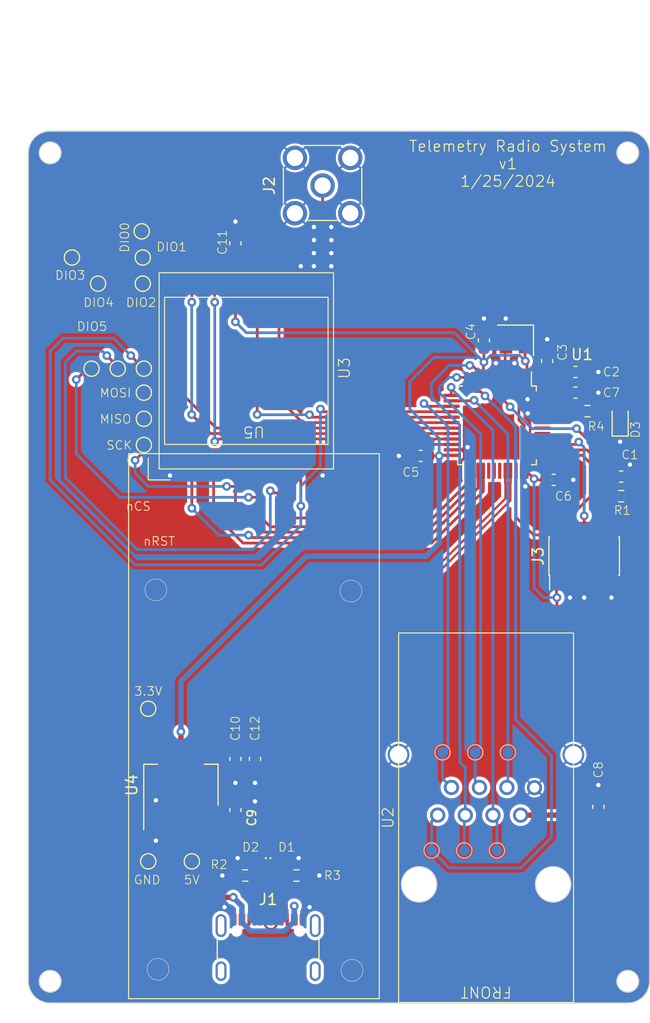
<source format=kicad_pcb>
(kicad_pcb (version 20241229) (generator "pcbnew") (generator_version "9.0")
  (layers (0 "F.Cu" mixed) (2 "B.Cu" mixed) (13 "F.Paste" user) (15 "B.Paste" user) (5 "F.SilkS" user "F.Silkscreen") (7 "B.SilkS" user "B.Silkscreen") (1 "F.Mask" user) (3 "B.Mask" user) (25 "Edge.Cuts" user))
  (net 0 "")
  (net 1 "MCU_~{RST}")
  (net 2 "GND")
  (net 3 "+3.3V")
  (net 4 "+5V")
  (net 5 "USB_D+")
  (net 6 "USB_D-")
  (net 7 "Net-(J1-CC1)")
  (net 9 "Net-(J1-CC2)")
  (net 11 "Net-(J2-In)")
  (net 12 "MCU_TMS")
  (net 13 "MCU_TCK")
  (net 14 "MCU_TDO")
  (net 16 "MCU_TDI")
  (net 17 "RADIO_nRST")
  (net 18 "RADIO_nCS")
  (net 19 "RADIO_SCK")
  (net 20 "RADIO_MOSI")
  (net 21 "RADIO_MISO")
  (net 22 "ETH_TX")
  (net 23 "ETH_RX")
  (net 24 "ETH_RTS")
  (net 25 "ETH_CP2")
  (net 26 "ETH_CTS")
  (net 27 "RADIO_DIO5")
  (net 28 "RADIO_DIO4")
  (net 29 "RADIO_DIO3")
  (net 30 "RADIO_DIO2")
  (net 31 "RADIO_DIO1")
  (net 32 "RADIO_DIO0")
  (net 36 "Net-(U1-PD0)")
  (net 38 "ETH_nRST")
  (net 40 "UART1 RX")
  (net 41 "UART1 TX")
  (net 46 "Net-(D3-A)")
  (net 49 "Net-(U1-PB8)")
  (footprint "Capacitor_SMD:C_0603_1608Metric" (layer "F.Cu") (at 192 97.6 -90)
    (property "Reference" "C10" (hide yes))
    (property "Value" "10uF")
  )
  (footprint "TestPoint:TestPoint_Pad_D1.0mm" (layer "F.Cu") (at 178.8 61.8 90)
    (property "Reference" "TP5" (hide yes))
    (property "Value" "RADIO_nCS" (hide yes))
  )
  (footprint "UCIRP-KiCAD-Lib:LoRa - E5" (layer "F.Cu") (at 193.7 69.6 180)
    (property "Reference" "U5")
    (property "Value" "LoRA-E5")
    (fp_circle (center 9 -12.5) (end 10 -12.5) (stroke (width 0.05)) (fill no) (layer "Edge.Cuts"))
    (fp_circle (center 8.8 -47.3) (end 9.8 -47.3) (stroke (width 0.05)) (fill no) (layer "Edge.Cuts"))
    (fp_circle (center -8.9 -12.6) (end -7.9 -12.6) (stroke (width 0.05)) (fill no) (layer "Edge.Cuts"))
    (fp_circle (center -9 -47.4) (end -8 -47.4) (stroke (width 0.05)) (fill no) (layer "Edge.Cuts"))
  )
  (footprint "Resistor_SMD:R_0603_1608Metric" (layer "F.Cu") (at 227.4 73.5 180)
    (property "Reference" "R1" (hide yes))
    (property "Value" "10K")
  )
  (footprint "TestPoint:TestPoint_Pad_D1.0mm" (layer "F.Cu") (at 183.4 49.2 90)
    (property "Reference" "TP20" (hide yes))
    (property "Value" "RADIO_DIO0" (hide yes))
  )
  (footprint "TestPoint:TestPoint_Pad_D1.0mm" (layer "F.Cu") (at 183.5 54)
    (property "Reference" "TP18" (hide yes))
    (property "Value" "RADIO_DIO2" (hide yes))
  )
  (footprint "Resistor_SMD:R_0603_1608Metric" (layer "F.Cu") (at 197.6 108.3)
    (property "Reference" "R3" (hide yes))
    (property "Value" "5.1K")
  )
  (footprint "TestPoint:TestPoint_Pad_D1.0mm" (layer "F.Cu") (at 184 93)
    (property "Reference" "TP1" (hide yes))
    (property "Value" "3.3V")
  )
  (footprint "UCIRP-KiCAD-Lib:RFM95W" (layer "F.Cu") (at 193 62 90)
    (property "Reference" "U3")
    (property "Value" "~")
  )
  (footprint "TestPoint:TestPoint_Pad_D1.0mm" (layer "F.Cu") (at 183.6 61.8 90)
    (property "Reference" "TP15" (hide yes))
    (property "Value" "RADIO_DIO5" (hide yes))
  )
  (footprint "Capacitor_SMD:C_0603_1608Metric" (layer "F.Cu") (at 192 50.3 90)
    (property "Reference" "C11" (hide yes))
    (property "Value" "10uF")
  )
  (footprint "TestPoint:TestPoint_Pad_D1.0mm" (layer "F.Cu") (at 177 51.6)
    (property "Reference" "TP17" (hide yes))
    (property "Value" "RADIO_DIO3" (hide yes))
  )
  (footprint "TestPoint:TestPoint_Pad_D1.0mm" (layer "F.Cu") (at 183.6 66.4)
    (property "Reference" "TP8" (hide yes))
    (property "Value" "RADIO_MISO" (hide yes))
  )
  (footprint "Connector_USB:USB_C_Receptacle_GCT_USB4105-xx-A_16P_TopMnt_Horizontal" (layer "F.Cu") (at 195 116)
    (property "Reference" "J1")
    (property "Value" "~")
  )
  (footprint "Package_QFP:LQFP-48_7x7mm_P0.5mm" (layer "F.Cu") (at 216 67 -90)
    (property "Reference" "U1")
    (property "Value" "~")
  )
  (footprint "TestPoint:TestPoint_Pad_D1.0mm" (layer "F.Cu") (at 184 107)
    (property "Reference" "TP2" (hide yes))
    (property "Value" "GND")
  )
  (footprint "TestPoint:TestPoint_Pad_D1.0mm" (layer "F.Cu") (at 183.6 68.8)
    (property "Reference" "TP6" (hide yes))
    (property "Value" "RADIO_SCK" (hide yes))
  )
  (footprint "Capacitor_SMD:C_0603_1608Metric" (layer "F.Cu") (at 220.6 61.1 90)
    (property "Reference" "C3" (hide yes))
    (property "Value" "100nF")
  )
  (footprint "Diode_SMD:D_0603_1608Metric" (layer "F.Cu") (at 227.3 66.5 90)
    (property "Reference" "D3" (hide yes))
    (property "Value" "LED")
  )
  (footprint "Capacitor_SMD:C_0603_1608Metric" (layer "F.Cu") (at 223.2 64)
    (property "Reference" "C7" (hide yes))
    (property "Value" "100nF")
  )
  (footprint "Package_TO_SOT_SMD:SOT-223-3_TabPin2" (layer "F.Cu") (at 187 100 90)
    (property "Reference" "U4")
    (property "Value" "AZ1117-3.3")
  )
  (footprint "Diode_SMD:D_0402_1005Metric" (layer "F.Cu") (at 196.3 106.7)
    (property "Reference" "D1" (hide yes))
    (property "Value" "ESD321")
  )
  (footprint "Capacitor_SMD:C_0603_1608Metric" (layer "F.Cu") (at 193.8 97.6 -90)
    (property "Reference" "C12" (hide yes))
    (property "Value" "10uF")
  )
  (footprint "TestPoint:TestPoint_Pad_D1.0mm" (layer "F.Cu") (at 179.4 54)
    (property "Reference" "TP16" (hide yes))
    (property "Value" "RADIO_DIO4" (hide yes))
  )
  (footprint "Resistor_SMD:R_0603_1608Metric" (layer "F.Cu") (at 192.9 108.3 180)
    (property "Reference" "R2" (hide yes))
    (property "Value" "5.1K")
  )
  (footprint "TestPoint:TestPoint_Pad_D1.0mm" (layer "F.Cu") (at 183.5 51.6)
    (property "Reference" "TP19" (hide yes))
    (property "Value" "RADIO_DIO1" (hide yes))
  )
  (footprint "Connector_Coaxial:SMA_Molex_73251-2200_Horizontal" (layer "F.Cu") (at 200 45)
    (property "Reference" "J2")
    (property "Value" "SMA")
  )
  (footprint "Capacitor_SMD:C_0603_1608Metric" (layer "F.Cu") (at 227.4 71.7)
    (property "Reference" "C1" (hide yes))
    (property "Value" "100nF")
  )
  (footprint "TestPoint:TestPoint_Pad_D1.0mm" (layer "F.Cu") (at 188 107)
    (property "Reference" "TP3" (hide yes))
    (property "Value" "5V")
  )
  (footprint "Capacitor_SMD:C_0603_1608Metric" (layer "F.Cu") (at 192 102.3 90)
    (property "Reference" "C9" (hide yes))
    (property "Value" "10uF")
  )
  (footprint "Capacitor_SMD:C_0603_1608Metric" (layer "F.Cu") (at 209 69.8 180)
    (property "Reference" "C5" (hide yes))
    (property "Value" "100nF")
  )
  (footprint "Diode_SMD:D_0402_1005Metric" (layer "F.Cu") (at 193.7 106.7 180)
    (property "Reference" "D2" (hide yes))
    (property "Value" "ESD321")
  )
  (footprint "Capacitor_SMD:C_0603_1608Metric" (layer "F.Cu") (at 223.2 62.1)
    (property "Reference" "C2" (hide yes))
    (property "Value" "4.7uF")
  )
  (footprint "Connector_PinHeader_1.27mm:PinHeader_2x05_P1.27mm_Vertical_SMD" (layer "F.Cu") (at 224 79 90)
    (property "Reference" "J3")
    (property "Value" "ARM Cortex Debug")
  )
  (footprint "TestPoint:TestPoint_Pad_D1.0mm" (layer "F.Cu") (at 181.2 61.8 90)
    (property "Reference" "TP4" (hide yes))
    (property "Value" "RADIO_nRST" (hide yes))
  )
  (footprint "UCIRP-KiCAD-Lib:GC-XPORT" (layer "F.Cu") (at 215 103 90)
    (property "Reference" "U2")
    (property "Value" "~")
    (fp_circle (center -6.11 -6.15) (end -4.485 -6.15) (stroke (width 0.1)) (fill no) (layer "Edge.Cuts"))
    (fp_circle (center -6.11 6.15) (end -4.485 6.15) (stroke (width 0.1)) (fill no) (layer "Edge.Cuts"))
  )
  (footprint "Capacitor_SMD:C_0603_1608Metric" (layer "F.Cu") (at 214.8 59.2 90)
    (property "Reference" "C4" (hide yes))
    (property "Value" "100nF")
  )
  (footprint "Capacitor_SMD:C_0603_1608Metric" (layer "F.Cu") (at 225.3 102 90)
    (property "Reference" "C8" (hide yes))
    (property "Value" "10uF")
  )
  (footprint "Crystal:Crystal_SMD_2520-4Pin_2.5x2.0mm" (layer "F.Cu") (at 217.7 59.2 180)
    (property "Reference" "Y1" (hide yes))
    (property "Value" "16MHz")
  )
  (footprint "Capacitor_SMD:C_0603_1608Metric" (layer "F.Cu") (at 221.2 72)
    (property "Reference" "C6" (hide yes))
    (property "Value" "100nF")
  )
  (footprint "Resistor_SMD:R_0603_1608Metric" (layer "F.Cu") (at 224.3 65.7)
    (property "Reference" "R4" (hide yes))
    (property "Value" "1K")
  )
  (footprint "TestPoint:TestPoint_Pad_D1.0mm" (layer "F.Cu") (at 183.6 64)
    (property "Reference" "TP7" (hide yes))
    (property "Value" "RADIO_MOSI" (hide yes))
  )
  (footprint "TestPoint:TestPoint_Pad_D1.0mm" (layer "B.Cu") (at 210 106 180)
    (property "Reference" "TP14" (hide yes))
    (property "Value" "ETH_CTS")
  )
  (footprint "TestPoint:TestPoint_Pad_D1.0mm" (layer "B.Cu") (at 216 106 180)
    (property "Reference" "TP10" (hide yes))
    (property "Value" "ETH_TX")
  )
  (footprint "TestPoint:TestPoint_Pad_D1.0mm" (layer "B.Cu") (at 214 97 180)
    (property "Reference" "TP11" (hide yes))
    (property "Value" "ETH_RX")
  )
  (footprint "TestPoint:TestPoint_Pad_D1.0mm" (layer "B.Cu") (at 217 97 180)
    (property "Reference" "TP9" (hide yes))
    (property "Value" "ETH_nRST")
  )
  (footprint "TestPoint:TestPoint_Pad_D1.0mm" (layer "B.Cu") (at 213 106 180)
    (property "Reference" "TP12" (hide yes))
    (property "Value" "ETH_RTS")
  )
  (footprint "TestPoint:TestPoint_Pad_D1.0mm" (layer "B.Cu") (at 211 97 180)
    (property "Reference" "TP13" (hide yes))
    (property "Value" "ETH_CP2")
  )
  (gr_line (start 175 120) (end 228 120) (stroke (width 0.1)) (layer "Edge.Cuts"))
  (gr_line (start 173 42) (end 173 118) (stroke (width 0.1)) (layer "Edge.Cuts"))
  (gr_arc (start 173 42) (mid 173.585786 40.585786) (end 175 40) (stroke (width 0.1)) (layer "Edge.Cuts"))
  (gr_circle (center 175 118) (end 176 118) (stroke (width 0.1)) (fill no) (layer "Edge.Cuts"))
  (gr_arc (start 175 120) (mid 173.585786 119.414214) (end 173 118) (stroke (width 0.1)) (layer "Edge.Cuts"))
  (gr_line (start 228 40) (end 175 40) (stroke (width 0.1)) (layer "Edge.Cuts"))
  (gr_line (start 230 118) (end 230 42) (stroke (width 0.1)) (layer "Edge.Cuts"))
  (gr_arc (start 228 40) (mid 229.414214 40.585786) (end 230 42) (stroke (width 0.1)) (layer "Edge.Cuts"))
  (gr_circle (center 228 42) (end 229 42) (stroke (width 0.1)) (fill no) (layer "Edge.Cuts"))
  (gr_circle (center 228 118) (end 229 118) (stroke (width 0.1)) (fill no) (layer "Edge.Cuts"))
  (gr_circle (center 175 42) (end 176 42) (stroke (width 0.1)) (fill no) (layer "Edge.Cuts"))
  (gr_arc (start 230 118) (mid 229.414214 119.414214) (end 228 120) (stroke (width 0.1)) (layer "Edge.Cuts"))
  (gr_text "DIO1\n" (at 184.7 51.1 0) (layer "F.SilkS") (effects (font (size 0.8 0.8) (thickness 0.08)) (justify left bottom)))
  (gr_text "nRST" (at 183.5 78.1 0) (layer "F.SilkS") (effects (font (size 0.8 0.8) (thickness 0.08)) (justify left bottom)))
  (gr_text "Telemetry Radio System\nv1\n1/25/2024" (at 217 43 0) (layer "F.SilkS") (effects (font (size 1 1) (thickness 0.1))))
  (gr_text "DIO3\n" (at 175.4 53.7 0) (layer "F.SilkS") (effects (font (size 0.8 0.8) (thickness 0.08)) (justify left bottom)))
  (gr_text "MOSI\n" (at 179.5 64.5 0) (layer "F.SilkS") (effects (font (size 0.8 0.8) (thickness 0.08)) (justify left bottom)))
  (gr_text "MISO\n" (at 179.5 66.9 0) (layer "F.SilkS") (effects (font (size 0.8 0.8) (thickness 0.08)) (justify left bottom)))
  (gr_text "DIO5\n" (at 177.4 58.4 0) (layer "F.SilkS") (effects (font (size 0.8 0.8) (thickness 0.08)) (justify left bottom)))
  (gr_text "DIO4\n" (at 178 56.2 0) (layer "F.SilkS") (effects (font (size 0.8 0.8) (thickness 0.08)) (justify left bottom)))
  (gr_text "DIO2\n" (at 181.9 56.2 0) (layer "F.SilkS") (effects (font (size 0.8 0.8) (thickness 0.08)) (justify left bottom)))
  (gr_text "DIO0\n\n" (at 183.6 51.2 90) (layer "F.SilkS") (effects (font (size 0.8 0.8) (thickness 0.08)) (justify left bottom)))
  (gr_text "SCK\n" (at 180.1 69.3 0) (layer "F.SilkS") (effects (font (size 0.8 0.8) (thickness 0.08)) (justify left bottom)))
  (gr_text "nCS\n" (at 181.9 74.9 0) (layer "F.SilkS") (effects (font (size 0.8 0.8) (thickness 0.08)) (justify left bottom)))
  (segment (start 217.2 65.274695) (end 215.75 63.824695) (width 0.25) (layer "F.Cu") (net 1))
  (segment (start 226.625 71.7) (end 226.625 70.625) (width 0.25) (layer "F.Cu") (net 1))
  (segment (start 215.75 63.824695) (end 215.75 62.8375) (width 0.25) (layer "F.Cu") (net 1))
  (segment (start 226.625 70.625) (end 223.3 67.3) (width 0.25) (layer "F.Cu") (net 1))
  (segment (start 226.54 73.535) (end 226.575 73.5) (width 0.25) (layer "F.Cu") (net 1))
  (segment (start 217.2 65.3) (end 217.2 65.274695) (width 0.25) (layer "F.Cu") (net 1))
  (segment (start 226.54 77.05) (end 226.54 73.535) (width 0.25) (layer "F.Cu") (net 1))
  (segment (start 226.575 71.75) (end 226.625 71.7) (width 0.25) (layer "F.Cu") (net 1))
  (segment (start 226.575 73.5) (end 226.575 71.75) (width 0.25) (layer "F.Cu") (net 1))
  (via (at 217.2 65.3) (size 0.8) (drill 0.4) (layers "F.Cu" "B.Cu") (net 1))
  (via (at 223.3 67.3) (size 0.8) (drill 0.4) (layers "F.Cu" "B.Cu") (net 1))
  (segment (start 219.2 67.3) (end 223.3 67.3) (width 0.25) (layer "B.Cu") (net 1))
  (segment (start 217.2 65.3) (end 219.2 67.3) (width 0.25) (layer "B.Cu") (net 1))
  (segment (start 215.25 62.8375) (end 215.25 61.95) (width 0.25) (layer "F.Cu") (net 2))
  (segment (start 218.25 71.1625) (end 218.25 72.25) (width 0.25) (layer "F.Cu") (net 2))
  (segment (start 218.25 72.25) (end 218.6 72.6) (width 0.25) (layer "F.Cu") (net 2))
  (segment (start 213.3 69.7) (end 212.399 70.601) (width 0.25) (layer "F.Cu") (net 2))
  (segment (start 218.829618 65.902524) (end 219.177094 66.25) (width 0.25) (layer "F.Cu") (net 2))
  (segment (start 213.3 69) (end 213.05 69.25) (width 0.25) (layer "F.Cu") (net 2))
  (segment (start 218.95 64.75) (end 220.1625 64.75) (width 0.25) (layer "F.Cu") (net 2))
  (segment (start 213.3 69) (end 213.3 69.7) (width 0.25) (layer "F.Cu") (net 2))
  (segment (start 219.177094 66.25) (end 220.1625 66.25) (width 0.25) (layer "F.Cu") (net 2))
  (segment (start 207.801 70.601) (end 207 69.8) (width 0.25) (layer "F.Cu") (net 2))
  (segment (start 215.25 61.95) (end 215.9 61.3) (width 0.25) (layer "F.Cu") (net 2))
  (segment (start 218.8 64.6) (end 218.95 64.75) (width 0.25) (layer "F.Cu") (net 2))
  (segment (start 212.399 70.601) (end 207.801 70.601) (width 0.25) (layer "F.Cu") (net 2))
  (segment (start 213.05 69.25) (end 211.8375 69.25) (width 0.25) (layer "F.Cu") (net 2))
  (via (at 199.2 51.2) (size 0.8) (drill 0.4) (layers "F.Cu" "B.Cu") (net 2))
  (via (at 192 48.3) (size 0.8) (drill 0.4) (layers "F.Cu" "B.Cu") (net 2))
  (via (at 222.7 82.8) (size 0.8) (drill 0.4) (layers "F.Cu" "B.Cu") (net 2))
  (via (at 218.829618 65.902524) (size 0.8) (drill 0.4) (layers "F.Cu" "B.Cu") (net 2))
  (via (at 220.6 59.1) (size 0.8) (drill 0.4) (layers "F.Cu" "B.Cu") (net 2))
  (via (at 199.2 50) (size 0.8) (drill 0.4) (layers "F.Cu" "B.Cu") (net 2))
  (via (at 216.8 57.2) (size 0.8) (drill 0.4) (layers "F.Cu" "B.Cu") (net 2))
  (via (at 200.8 50) (size 0.8) (drill 0.4) (layers "F.Cu" "B.Cu") (net 2))
  (via (at 218.8 64.6) (size 0.8) (drill 0.4) (layers "F.Cu" "B.Cu") (net 2))
  (via (at 192 99.8) (size 0.8) (drill 0.4) (layers "F.Cu" "B.Cu") (net 2))
  (via (at 199.2 52.4) (size 0.8) (drill 0.4) (layers "F.Cu" "B.Cu") (net 2))
  (via (at 184.7 101.4) (size 0.8) (drill 0.4) (layers "F.Cu" "B.Cu") (net 2))
  (via (at 184.7 105.1) (size 0.8) (drill 0.4) (layers "F.Cu" "B.Cu") (net 2))
  (via (at 207 69.8) (size 0.8) (drill 0.4) (layers "F.Cu" "B.Cu") (net 2))
  (via (at 213.3 69) (size 0.8) (drill 0.4) (layers "F.Cu" "B.Cu") (net 2))
  (via (at 215.9 61.3) (size 0.8) (drill 0.4) (layers "F.Cu" "B.Cu") (net 2))
  (via (at 200.8 52.4) (size 0.8) (drill 0.4) (layers "F.Cu" "B.Cu") (net 2))
  (via (at 224 82.8) (size 0.8) (drill 0.4) (layers "F.Cu" "B.Cu") (net 2))
  (via (at 228.2 70.6) (size 0.8) (drill 0.4) (layers "F.Cu" "B.Cu") (net 2))
  (via (at 191 111.2) (size 0.8) (drill 0.4) (layers "F.Cu" "B.Cu") (net 2))
  (via (at 199.7 108.3) (size 0.8) (drill 0.4) (layers "F.Cu" "B.Cu") (net 2))
  (via (at 199.2 48.8) (size 0.8) (drill 0.4) (layers "F.Cu" "B.Cu") (net 2))
  (via (at 227.3 68.5) (size 0.8) (drill 0.4) (layers "F.Cu" "B.Cu") (net 2))
  (via (at 218.6 72.6) (size 0.8) (drill 0.4) (layers "F.Cu" "B.Cu") (net 2))
  (via (at 198.8 111.2) (size 0.8) (drill 0.4) (layers "F.Cu" "B.Cu") (net 2))
  (via (at 200.8 51.2) (size 0.8) (drill 0.4) (layers "F.Cu" "B.Cu") (net 2))
  (via (at 190.8 108.3) (size 0.8) (drill 0.4) (layers "F.Cu" "B.Cu") (net 2))
  (via (at 193.8 99.8) (size 0.8) (drill 0.4) (layers "F.Cu" "B.Cu") (net 2))
  (via (at 225.3 62.1) (size 0.8) (drill 0.4) (layers "F.Cu" "B.Cu") (net 2))
  (via (at 217.6 61.3) (size 0.8) (drill 0.4) (layers "F.Cu" "B.Cu") (net 2))
  (via (at 223 72) (size 0.8) (drill 0.4) (layers "F.Cu" "B.Cu") (net 2))
  (via (at 200.8 48.8) (size 0.8) (drill 0.4) (layers "F.Cu" "B.Cu") (net 2))
  (via (at 225.3 64) (size 0.8) (drill 0.4) (layers "F.Cu" "B.Cu") (net 2))
  (via (at 200 71.6) (size 0.8) (drill 0.4) (layers "F.Cu" "B.Cu") (net 2))
  (via (at 197.8 106.7) (size 0.8) (drill 0.4) (layers "F.Cu" "B.Cu") (net 2))
  (via (at 226.5 82.8) (size 0.8) (drill 0.4) (layers "F.Cu" "B.Cu") (net 2))
  (via (at 192.2 106.7) (size 0.8) (drill 0.4) (layers "F.Cu" "B.Cu") (net 2))
  (via (at 214.8 57.2) (size 0.8) (drill 0.4) (layers "F.Cu" "B.Cu") (net 2))
  (via (at 186 71.6) (size 0.8) (drill 0.4) (layers "F.Cu" "B.Cu") (net 2))
  (via (at 198 52.4) (size 0.8) (drill 0.4) (layers "F.Cu" "B.Cu") (net 2))
  (via (at 225.3 100) (size 0.8) (drill 0.4) (layers "F.Cu" "B.Cu") (net 2))
  (via (at 193.8 101.5) (size 0.8) (drill 0.4) (layers "F.Cu" "B.Cu") (net 2))
  (segment (start 228.5 74.9) (end 228.3 74.7) (width 0.25) (layer "F.Cu") (net 3))
  (segment (start 228.225 74.625) (end 228.3 74.7) (width 0.25) (layer "F.Cu") (net 3))
  (segment (start 218.75 63.644178) (end 218.75 62.8375) (width 0.25) (layer "F.Cu") (net 3))
  (segment (start 219.5 72) (end 219.4 71.9) (width 0.25) (layer "F.Cu") (net 3))
  (segment (start 228.225 73.5) (end 228.225 74.625) (width 0.25) (layer "F.Cu") (net 3))
  (segment (start 218.75 70.25) (end 218.5 70) (width 0.25) (layer "F.Cu") (net 3))
  (segment (start 187 95.1) (end 187 96.85) (width 0.5) (layer "F.Cu") (net 3))
  (segment (start 222.425 62.1) (end 220.825 62.1) (width 0.25) (layer "F.Cu") (net 3))
  (segment (start 209.777983 69.802983) (end 209.775 69.8) (width 0.25) (layer "F.Cu") (net 3))
  (segment (start 211.8375 69.75) (end 210.75 69.75) (width 0.25) (layer "F.Cu") (net 3))
  (segment (start 187.025 96.825) (end 187 96.85) (width 0.5) (layer "F.Cu") (net 3))
  (segment (start 187 103.15) (end 187 96.85) (width 0.5) (layer "F.Cu") (net 3))
  (segment (start 222.425 62.1) (end 222.425 64) (width 0.25) (layer "F.Cu") (net 3))
  (segment (start 221.35 64.25) (end 221.4 64.2) (width 0.25) (layer "F.Cu") (net 3))
  (segment (start 214.8 61.2) (end 214.75 61.25) (width 0.25) (layer "F.Cu") (net 3))
  (segment (start 184 93.85) (end 184 93) (width 0.25) (layer "F.Cu") (net 3))
  (segment (start 218.493178 63.901) (end 218.75 63.644178) (width 0.25) (layer "F.Cu") (net 3))
  (segment (start 218.575 61.075) (end 218.6 61.1) (width 0.25) (layer "F.Cu") (net 3))
  (segment (start 221.4 64.2) (end 221.5 64.1) (width 0.25) (layer "F.Cu") (net 3))
  (segment (start 218.75 71.1625) (end 218.75 70.25) (width 0.25) (layer "F.Cu") (net 3))
  (segment (start 220.6 61.875) (end 218.875 61.875) (width 0.25) (layer "F.Cu") (net 3))
  (segment (start 218.5 67) (end 218.006822 66.506822) (width 0.25) (layer "F.Cu") (net 3))
  (segment (start 221.6 64) (end 221.4 64.2) (width 0.25) (layer "F.Cu") (net 3))
  (segment (start 210.697017 69.802983) (end 209.777983 69.802983) (width 0.25) (layer "F.Cu") (net 3))
  (segment (start 192 54) (end 192 57.5) (width 0.25) (layer "F.Cu") (net 3))
  (segment (start 221.5 84) (end 222 84.5) (width 0.25) (layer "F.Cu") (net 3))
  (segment (start 192 96.825) (end 187.025 96.825) (width 0.5) (layer "F.Cu") (net 3))
  (segment (start 210.75 69.75) (end 210.697017 69.802983) (width 0.25) (layer "F.Cu") (net 3))
  (segment (start 228.5 84) (end 228.5 102) (width 0.25) (layer "F.Cu") (net 3))
  (segment (start 218.5 70) (end 218.5 67) (width 0.25) (layer "F.Cu") (net 3))
  (segment (start 218.75 62) (end 218.75 62.8375) (width 0.25) (layer "F.Cu") (net 3))
  (segment (start 221.46 82.76) (end 221.5 82.8) (width 0.25) (layer "F.Cu") (net 3))
  (segment (start 226.6 103.9) (end 225.3 103.9) (width 0.25) (layer "F.Cu") (net 3))
  (segment (start 221.5 82.8) (end 221.5 84) (width 0.25) (layer "F.Cu") (net 3))
  (segment (start 221.46 80.95) (end 221.46 82.76) (width 0.25) (layer "F.Cu") (net 3))
  (segment (start 218.006822 63.901) (end 218.493178 63.901) (width 0.25) (layer "F.Cu") (net 3))
  (segment (start 214.8 59.975) (end 214.8 61.2) (width 0.25) (layer "F.Cu") (net 3))
  (segment (start 222.425 64) (end 221.6 64) (width 0.25) (layer "F.Cu") (net 3))
  (segment (start 218.75 71.25) (end 219.4 71.9) (width 0.25) (layer "F.Cu") (net 3))
  (segment (start 214.75 61.25) (end 214.75 62.8375) (width 0.25) (layer "F.Cu") (net 3))
  (segment (start 192 51.075) (end 192 52.3) (width 0.25) (layer "F.Cu") (net 3))
  (segment (start 228.5 84) (end 228.5 74.9) (width 0.25) (layer "F.Cu") (net 3))
  (segment (start 218.17 102.76) (end 225.285 102.76) (width 0.5) (layer "F.Cu") (net 3))
  (segment (start 220.1625 64.25) (end 221.35 64.25) (width 0.25) (layer "F.Cu") (net 3))
  (segment (start 192 52.3) (end 192 54) (width 0.25) (layer "F.Cu") (net 3))
  (segment (start 218.6 61.1) (end 218.75 61.25) (width 0.25) (layer "F.Cu") (net 3))
  (segment (start 218.875 61.875) (end 218.75 62) (width 0.25) (layer "F.Cu") (net 3))
  (segment (start 228.5 102) (end 226.6 103.9) (width 0.25) (layer "F.Cu") (net 3))
  (segment (start 228 84.5) (end 228.5 84) (width 0.25) (layer "F.Cu") (net 3))
  (segment (start 220.825 62.1) (end 220.6 61.875) (width 0.25) (layer "F.Cu") (net 3))
  (segment (start 225.3 103.9) (end 225.3 102.775) (width 0.25) (layer "F.Cu") (net 3))
  (segment (start 193.8 96.825) (end 192 96.825) (width 0.5) (layer "F.Cu") (net 3))
  (segment (start 225.285 102.76) (end 225.3 102.775) (width 0.5) (layer "F.Cu") (net 3))
  (segment (start 218.006822 66.506822) (end 218.006822 63.901) (width 0.25) (layer "F.Cu") (net 3))
  (segment (start 220.425 72) (end 219.5 72) (width 0.25) (layer "F.Cu") (net 3))
  (segment (start 218.75 61.25) (end 218.75 62) (width 0.25) (layer "F.Cu") (net 3))
  (segment (start 187.05 96.8) (end 187 96.85) (width 0.5) (layer "F.Cu") (net 3))
  (segment (start 187 96.85) (end 184 93.85) (width 0.25) (layer "F.Cu") (net 3))
  (segment (start 218.575 59.9) (end 218.575 61.075) (width 0.25) (layer "F.Cu") (net 3))
  (segment (start 218.75 71.1625) (end 218.75 71.25) (width 0.25) (layer "F.Cu") (net 3))
  (segment (start 222 84.5) (end 228 84.5) (width 0.25) (layer "F.Cu") (net 3))
  (via (at 218.6 61.1) (size 0.8) (drill 0.4) (layers "F.Cu" "B.Cu") (net 3))
  (via (at 187 95.1) (size 0.8) (drill 0.4) (layers "F.Cu" "B.Cu") (net 3))
  (via (at 210.697017 69.802983) (size 0.8) (drill 0.4) (layers "F.Cu" "B.Cu") (net 3))
  (via (at 192 57.5) (size 0.8) (drill 0.4) (layers "F.Cu" "B.Cu") (net 3))
  (via (at 214.8 61.2) (size 0.8) (drill 0.4) (layers "F.Cu" "B.Cu") (net 3))
  (via (at 219.4 71.9) (size 0.8) (drill 0.4) (layers "F.Cu" "B.Cu") (net 3))
  (via (at 221.5 82.8) (size 0.8) (drill 0.4) (layers "F.Cu" "B.Cu") (net 3))
  (segment (start 210.226 60.774) (end 214.374 60.774) (width 0.25) (layer "B.Cu") (net 3))
  (segment (start 208 65.5) (end 208 63) (width 0.25) (layer "B.Cu") (net 3))
  (segment (start 209.5 79) (end 210.697017 77.802983) (width 0.5) (layer "B.Cu") (net 3))
  (segment (start 198.5 79) (end 209.5 79) (width 0.5) (layer "B.Cu") (net 3))
  (segment (start 214.374 60.774) (end 214.8 61.2) (width 0.25) (layer "B.Cu") (net 3))
  (segment (start 187 90.5) (end 198.5 79) (width 0.5) (layer "B.Cu") (net 3))
  (segment (start 219.4 81.9) (end 219.4 71.9) (width 0.25) (layer "B.Cu") (net 3))
  (segment (start 192 57.5) (end 193 58.5) (width 0.25) (layer "B.Cu") (net 3))
  (segment (start 193 58.5) (end 212.1 58.5) (width 0.25) (layer "B.Cu") (net 3))
  (segment (start 218.074 60.574) (end 218.6 61.1) (width 0.25) (layer "B.Cu") (net 3))
  (segment (start 210.697017 77.802983) (end 210.697017 69.802983) (width 0.5) (layer "B.Cu") (net 3))
  (segment (start 210.697017 69.802983) (end 210.697017 68.197017) (width 0.25) (layer "B.Cu") (net 3))
  (segment (start 187 95.1) (end 187 90.5) (width 0.5) (layer "B.Cu") (net 3))
  (segment (start 214.8 61.2) (end 215.426 60.574) (width 0.25) (layer "B.Cu") (net 3))
  (segment (start 210.697017 68.197017) (end 208 65.5) (width 0.25) (layer "B.Cu") (net 3))
  (segment (start 220.3 82.8) (end 219.4 81.9) (width 0.25) (layer "B.Cu") (net 3))
  (segment (start 208 63) (end 210.226 60.774) (width 0.25) (layer "B.Cu") (net 3))
  (segment (start 221.5 82.8) (end 220.3 82.8) (width 0.25) (layer "B.Cu") (net 3))
  (segment (start 215.426 60.574) (end 218.074 60.574) (width 0.25) (layer "B.Cu") (net 3))
  (segment (start 214.8 61.2) (end 212.1 58.5) (width 0.25) (layer "B.Cu") (net 3))
  (segment (start 189.3 108.7) (end 189.3 107) (width 0.5) (layer "F.Cu") (net 4))
  (segment (start 192.6 112.32) (end 192.6 111.1) (width 0.5) (layer "F.Cu") (net 4))
  (segment (start 192.6 111.1) (end 191.8 110.3) (width 0.5) (layer "F.Cu") (net 4))
  (segment (start 188 107) (end 189.3 107) (width 0.25) (layer "F.Cu") (net 4))
  (segment (start 189.375 103.075) (end 189.3 103.15) (width 0.5) (layer "F.Cu") (net 4))
  (segment (start 191.8 110.3) (end 190.9 110.3) (width 0.5) (layer "F.Cu") (net 4))
  (segment (start 190.9 110.3) (end 189.3 108.7) (width 0.5) (layer "F.Cu") (net 4))
  (segment (start 197.4 112.32) (end 197.4 111.1) (width 0.5) (layer "F.Cu") (net 4))
  (segment (start 189.3 107) (end 189.3 103.15) (width 0.5) (layer "F.Cu") (net 4))
  (segment (start 192 103.075) (end 189.375 103.075) (width 0.5) (layer "F.Cu") (net 4))
  (via (at 191.8 110.3) (size 0.8) (drill 0.4) (layers "F.Cu" "B.Cu") (net 4))
  (via (at 197.4 111.1) (size 0.8) (drill 0.4) (layers "F.Cu" "B.Cu") (net 4))
  (segment (start 197.4 111.1) (end 197.4 112.5) (width 0.5) (layer "B.Cu") (net 4))
  (segment (start 196.5 113.4) (end 193.4 113.4) (width 0.5) (layer "B.Cu") (net 4))
  (segment (start 192.6 111.1) (end 191.8 110.3) (width 0.5) (layer "B.Cu") (net 4))
  (segment (start 197.4 112.5) (end 196.5 113.4) (width 0.5) (layer "B.Cu") (net 4))
  (segment (start 193.4 113.4) (end 192.6 112.6) (width 0.5) (layer "B.Cu") (net 4))
  (segment (start 192.6 112.6) (end 192.6 111.1) (width 0.5) (layer "B.Cu") (net 4))
  (segment (start 195.75 106.765) (end 195.815 106.7) (width 0.2) (layer "F.Cu") (net 5))
  (segment (start 195.815 106.219999) (end 195.815 106.7) (width 0.2) (layer "F.Cu") (net 5))
  (segment (start 198.725 92.3932) (end 198.725 101.6932) (width 0.2) (layer "F.Cu") (net 5))
  (segment (start 194.75 112.32) (end 194.75 112.92741) (width 0.2) (layer "F.Cu") (net 5))
  (segment (start 195.48241 113.195) (end 195.75 112.92741) (width 0.2) (layer "F.Cu") (net 5))
  (segment (start 217.225 73.8932) (end 198.725 92.3932) (width 0.2) (layer "F.Cu") (net 5))
  (segment (start 195.225 105.629999) (end 195.815 106.219999) (width 0.2) (layer "F.Cu") (net 5))
  (segment (start 195.75 112.92741) (end 195.75 112.32) (width 0.2) (layer "F.Cu") (net 5))
  (segment (start 195.01759 113.195) (end 195.48241 113.195) (width 0.2) (layer "F.Cu") (net 5))
  (segment (start 195.75 112.32) (end 195.75 106.765) (width 0.2) (layer "F.Cu") (net 5))
  (segment (start 198.725 101.6932) (end 195.225 105.1932) (width 0.2) (layer "F.Cu") (net 5))
  (segment (start 217.25 72.268751) (end 217.225 72.293751) (width 0.2) (layer "F.Cu") (net 5))
  (segment (start 217.225 72.293751) (end 217.225 73.8932) (width 0.2) (layer "F.Cu") (net 5))
  (segment (start 194.75 112.92741) (end 195.01759 113.195) (width 0.2) (layer "F.Cu") (net 5))
  (segment (start 195.225 105.1932) (end 195.225 105.629999) (width 0.2) (layer "F.Cu") (net 5))
  (segment (start 217.25 71.1625) (end 217.25 72.268751) (width 0.2) (layer "F.Cu") (net 5))
  (segment (start 216.775 72.293751) (end 216.775 73.7068) (width 0.2) (layer "F.Cu") (net 6))
  (segment (start 216.75 71.1625) (end 216.75 72.268751) (width 0.2) (layer "F.Cu") (net 6))
  (segment (start 216.75 72.268751) (end 216.775 72.293751) (width 0.2) (layer "F.Cu") (net 6))
  (segment (start 195.25 112.32) (end 195.25 111.71259) (width 0.2) (layer "F.Cu") (net 6))
  (segment (start 194.25 111.65) (end 194.25 112.32) (width 0.2) (layer "F.Cu") (net 6))
  (segment (start 194.98241 111.445) (end 194.98241 107.49741) (width 0.2) (layer "F.Cu") (net 6))
  (segment (start 194.455 111.445) (end 194.25 111.65) (width 0.2) (layer "F.Cu") (net 6))
  (segment (start 198.275 92.2068) (end 198.275 101.5068) (width 0.2) (layer "F.Cu") (net 6))
  (segment (start 194.98241 111.445) (end 194.455 111.445) (width 0.2) (layer "F.Cu") (net 6))
  (segment (start 194.775 105.0068) (end 194.775 105.629999) (width 0.2) (layer "F.Cu") (net 6))
  (segment (start 194.185 106.219999) (end 194.185 106.7) (width 0.2) (layer "F.Cu") (net 6))
  (segment (start 194.98241 107.49741) (end 194.185 106.7) (width 0.2) (layer "F.Cu") (net 6))
  (segment (start 194.775 105.629999) (end 194.185 106.219999) (width 0.2) (layer "F.Cu") (net 6))
  (segment (start 198.275 101.5068) (end 194.775 105.0068) (width 0.2) (layer "F.Cu") (net 6))
  (segment (start 195.25 111.71259) (end 194.98241 111.445) (width 0.2) (layer "F.Cu") (net 6))
  (segment (start 216.775 73.7068) (end 198.275 92.2068) (width 0.2) (layer "F.Cu") (net 6))
  (segment (start 193.75 108.325) (end 193.725 108.3) (width 0.25) (layer "F.Cu") (net 7))
  (segment (start 193.75 112.32) (end 193.75 108.325) (width 0.25) (layer "F.Cu") (net 7))
  (segment (start 196.75 112.32) (end 196.75 111.475305) (width 0.25) (layer "F.Cu") (net 9))
  (segment (start 196.75 111.475305) (end 196.675 111.400305) (width 0.25) (layer "F.Cu") (net 9))
  (segment (start 196.675 111.400305) (end 196.675 108.4) (width 0.25) (layer "F.Cu") (net 9))
  (segment (start 196.675 108.4) (end 196.775 108.3) (width 0.25) (layer "F.Cu") (net 9))
  (segment (start 200 54) (end 200 45) (width 0.25) (layer "F.Cu") (net 11))
  (segment (start 217.75 71.1625) (end 217.75 75.45) (width 0.25) (layer "F.Cu") (net 12))
  (segment (start 217.75 75.45) (end 219.35 77.05) (width 0.25) (layer "F.Cu") (net 12))
  (segment (start 219.35 77.05) (end 221.46 77.05) (width 0.25) (layer "F.Cu") (net 12))
  (segment (start 222.73 75.37) (end 224.6 73.5) (width 0.25) (layer "F.Cu") (net 13))
  (segment (start 224.6 70.5) (end 223.85 69.75) (width 0.25) (layer "F.Cu") (net 13))
  (segment (start 222.73 77.05) (end 222.73 75.37) (width 0.25) (layer "F.Cu") (net 13))
  (segment (start 223.85 69.75) (end 220.1625 69.75) (width 0.25) (layer "F.Cu") (net 13))
  (segment (start 224.6 73.5) (end 224.6 70.5) (width 0.25) (layer "F.Cu") (net 13))
  (segment (start 223.5 68.5255) (end 223.2755 68.75) (width 0.25) (layer "F.Cu") (net 14))
  (segment (start 223.2755 68.75) (end 220.1625 68.75) (width 0.25) (layer "F.Cu") (net 14))
  (segment (start 224 77.05) (end 224 75.3) (width 0.25) (layer "F.Cu") (net 14))
  (via (at 224 75.3) (size 0.8) (drill 0.4) (layers "F.Cu" "B.Cu") (net 14))
  (via (at 223.5 68.5255) (size 0.8) (drill 0.4) (layers "F.Cu" "B.Cu") (net 14))
  (segment (start 224 69.0255) (end 223.5 68.5255) (width 0.25) (layer "B.Cu") (net 14))
  (segment (start 224 75.3) (end 224 69.0255) (width 0.25) (layer "B.Cu") (net 14))
  (segment (start 225.27 77.05) (end 225.27 70.27) (width 0.25) (layer "F.Cu") (net 16))
  (segment (start 224.25 69.25) (end 220.1625 69.25) (width 0.25) (layer "F.Cu") (net 16))
  (segment (start 225.27 70.27) (end 224.25 69.25) (width 0.25) (layer "F.Cu") (net 16))
  (segment (start 196 73.2) (end 196 73) (width 0.25) (layer "F.Cu") (net 17))
  (segment (start 196.8 75.5) (end 196 74.7) (width 0.25) (layer "F.Cu") (net 17))
  (segment (start 207.024695 68.75) (end 200.274695 75.5) (width 0.25) (layer "F.Cu") (net 17))
  (segment (start 211.8375 68.75) (end 207.024695 68.75) (width 0.25) (layer "F.Cu") (net 17))
  (segment (start 181.2 61.8) (end 181.2 61.6) (width 0.25) (layer "F.Cu") (net 17))
  (segment (start 196 74.7) (end 196 73.2) (width 0.25) (layer "F.Cu") (net 17))
  (segment (start 195.4 73.2) (end 195.2 73) (width 0.25) (layer "F.Cu") (net 17))
  (segment (start 181.2 61.6) (end 180.2 60.6) (width 0.25) (layer "F.Cu") (net 17))
  (segment (start 196 70) (end 196 73) (width 0.25) (layer "F.Cu") (net 17))
  (segment (start 200.274695 75.5) (end 196.8 75.5) (width 0.25) (layer "F.Cu") (net 17))
  (segment (start 196 73.2) (end 195.4 73.2) (width 0.25) (layer "F.Cu") (net 17))
  (via (at 180.2 60.6) (size 0.8) (drill 0.4) (layers "F.Cu" "B.Cu") (net 17))
  (via (at 195.2 73) (size 0.8) (drill 0.4) (layers "F.Cu" "B.Cu") (net 17))
  (segment (start 180.2 60.6) (end 179.8 60.2) (width 0.25) (layer "B.Cu") (net 17))
  (segment (start 183 78.4) (end 193.6 78.4) (width 0.25) (layer "B.Cu") (net 17))
  (segment (start 177.4 60.2) (end 176.4 61.2) (width 0.25) (layer "B.Cu") (net 17))
  (segment (start 176.4 71.8) (end 183 78.4) (width 0.25) (layer "B.Cu") (net 17))
  (segment (start 176.4 61.2) (end 176.4 71.8) (width 0.25) (layer "B.Cu") (net 17))
  (segment (start 193.6 78.4) (end 195.2 76.8) (width 0.25) (layer "B.Cu") (net 17))
  (segment (start 195.2 76.8) (end 195.2 73) (width 0.25) (layer "B.Cu") (net 17))
  (segment (start 179.8 60.2) (end 177.4 60.2) (width 0.25) (layer "B.Cu") (net 17))
  (segment (start 195.2 76.3) (end 194 75.1) (width 0.25) (layer "F.Cu") (net 18))
  (segment (start 178.8 61.8) (end 178.4 61.8) (width 0.25) (layer "F.Cu") (net 18))
  (segment (start 213.2625 71.1625) (end 213.275 71.175) (width 0.25) (layer "F.Cu") (net 18))
  (segment (start 213.275 71.175) (end 213.275 72.325) (width 0.25) (layer "F.Cu") (net 18))
  (segment (start 178.8 61.4) (end 178.8 62) (width 0.25) (layer "F.Cu") (net 18))
  (segment (start 194 70) (end 194 73) (width 0.25) (layer "F.Cu") (net 18))
  (segment (start 194 75.1) (end 194 73.4) (width 0.25) (layer "F.Cu") (net 18))
  (segment (start 194 73.6) (end 193.2 73.6) (width 0.25) (layer "F.Cu") (net 18))
  (segment (start 213.25 71.1625) (end 213.2625 71.1625) (width 0.25) (layer "F.Cu") (net 18))
  (segment (start 194 73.4) (end 194 73) (width 0.25) (layer "F.Cu") (net 18))
  (segment (start 213.275 72.325) (end 209.3 76.3) (width 0.25) (layer "F.Cu") (net 18))
  (segment (start 194 73.4) (end 194 73.6) (width 0.25) (layer "F.Cu") (net 18))
  (segment (start 178.4 61.8) (end 177.4 62.8) (width 0.25) (layer "F.Cu") (net 18))
  (segment (start 209.3 76.3) (end 195.2 76.3) (width 0.25) (layer "F.Cu") (net 18))
  (via (at 177.4 62.8) (size 0.8) (drill 0.4) (layers "F.Cu" "B.Cu") (net 18))
  (via (at 193.2 73.6) (size 0.8) (drill 0.4) (layers "F.Cu" "B.Cu") (net 18))
  (segment (start 193.2 73.6) (end 181.4 73.6) (width 0.25) (layer "B.Cu") (net 18))
  (segment (start 177.4 69.6) (end 177.4 62.8) (width 0.25) (layer "B.Cu") (net 18))
  (segment (start 181.4 73.6) (end 177.4 69.6) (width 0.25) (layer "B.Cu") (net 18))
  (segment (start 192 70) (end 192 72.6) (width 0.25) (layer "F.Cu") (net 19))
  (segment (start 183.6 69.4) (end 182.8 70.2) (width 0.25) (layer "F.Cu") (net 19))
  (segment (start 213.75 71.1625) (end 213.75 72.55) (width 0.25) (layer "F.Cu") (net 19))
  (segment (start 194.4 76.8) (end 192 74.4) (width 0.25) (layer "F.Cu") (net 19))
  (segment (start 192 72.6) (end 191.2 72.6) (width 0.25) (layer "F.Cu") (net 19))
  (segment (start 209.5 76.8) (end 194.4 76.8) (width 0.25) (layer "F.Cu") (net 19))
  (segment (start 213.75 72.55) (end 209.5 76.8) (width 0.25) (layer "F.Cu") (net 19))
  (segment (start 183.6 68.8) (end 183.6 69.4) (width 0.25) (layer "F.Cu") (net 19))
  (segment (start 192 72.6) (end 192 73) (width 0.25) (layer "F.Cu") (net 19))
  (segment (start 192 74.4) (end 192 73) (width 0.25) (layer "F.Cu") (net 19))
  (via (at 191.2 72.6) (size 0.8) (drill 0.4) (layers "F.Cu" "B.Cu") (net 19))
  (via (at 182.8 70.2) (size 0.8) (drill 0.4) (layers "F.Cu" "B.Cu") (net 19))
  (segment (start 182.8 70.2) (end 182.8 71.4) (width 0.25) (layer "B.Cu") (net 19))
  (segment (start 182.8 71.4) (end 184 72.6) (width 0.25) (layer "B.Cu") (net 19))
  (segment (start 184 72.6) (end 191.2 72.6) (width 0.25) (layer "B.Cu") (net 19))
  (segment (start 190 75.1) (end 190 73) (width 0.25) (layer "F.Cu") (net 20))
  (segment (start 184 64) (end 190 70) (width 0.25) (layer "F.Cu") (net 20))
  (segment (start 183.6 64) (end 184 64) (width 0.25) (layer "F.Cu") (net 20))
  (segment (start 214.75 71.1625) (end 214.75 73.05) (width 0.25) (layer "F.Cu") (net 20))
  (segment (start 210 77.8) (end 192.7 77.8) (width 0.25) (layer "F.Cu") (net 20))
  (segment (start 192.7 77.8) (end 190 75.1) (width 0.25) (layer "F.Cu") (net 20))
  (segment (start 190 70) (end 190 73) (width 0.25) (layer "F.Cu") (net 20))
  (segment (start 214.75 73.05) (end 210 77.8) (width 0.25) (layer "F.Cu") (net 20))
  (segment (start 188 74.6) (end 188 73) (width 0.25) (layer "F.Cu") (net 21))
  (segment (start 209.7 77.3) (end 193.436799 77.3) (width 0.25) (layer "F.Cu") (net 21))
  (segment (start 214.25 71.1625) (end 214.25 72.75) (width 0.25) (layer "F.Cu") (net 21))
  (segment (start 193.436799 77.3) (end 193.212299 77.0755) (width 0.25) (layer "F.Cu") (net 21))
  (segment (start 214.25 72.75) (end 209.7 77.3) (width 0.25) (layer "F.Cu") (net 21))
  (segment (start 183.6 66.4) (end 184.4 66.4) (width 0.25) (layer "F.Cu") (net 21))
  (segment (start 184.4 66.4) (end 188 70) (width 0.25) (layer "F.Cu") (net 21))
  (segment (start 188 70) (end 188 73) (width 0.25) (layer "F.Cu") (net 21))
  (via (at 188 74.6) (size 0.8) (drill 0.4) (layers "F.Cu" "B.Cu") (net 21))
  (via (at 193.212299 77.0755) (size 0.8) (drill 0.4) (layers "F.Cu" "B.Cu") (net 21))
  (segment (start 193.212299 77.0755) (end 190.4755 77.0755) (width 0.25) (layer "B.Cu") (net 21))
  (segment (start 190.4755 77.0755) (end 188 74.6) (width 0.25) (layer "B.Cu") (net 21))
  (segment (start 211.8 64.2125) (end 211.8375 64.25) (width 0.25) (layer "F.Cu") (net 22))
  (segment (start 211.8 63.5) (end 211.8 64.2125) (width 0.25) (layer "F.Cu") (net 22))
  (via (at 211.8 63.5) (size 0.8) (drill 0.4) (layers "F.Cu" "B.Cu") (net 22))
  (segment (start 211.8 63.625305) (end 211.8 63.5) (width 0.25) (layer "B.Cu") (net 22))
  (segment (start 216 106) (end 216 103.13) (width 0.25) (layer "B.Cu") (net 22))
  (segment (start 215.63 102.76) (end 215.63 67.455305) (width 0.25) (layer "B.Cu") (net 22))
  (segment (start 215.63 67.455305) (end 211.8 63.625305) (width 0.25) (layer "B.Cu") (net 22))
  (segment (start 216 103.13) (end 215.63 102.76) (width 0.25) (layer "B.Cu") (net 22))
  (segment (start 212.3 62.6) (end 213.0125 62.6) (width 0.25) (layer "F.Cu") (net 23))
  (segment (start 213.0125 62.6) (end 213.25 62.8375) (width 0.25) (layer "F.Cu") (net 23))
  (via (at 212.3 62.6) (size 0.8) (drill 0.4) (layers "F.Cu" "B.Cu") (net 23))
  (segment (start 210.7 64) (end 210.7 63.5) (width 0.25) (layer "B.Cu") (net 23))
  (segment (start 214 99.83) (end 214.39 100.22) (width 0.25) (layer "B.Cu") (net 23))
  (segment (start 211.6 62.6) (end 212.3 62.6) (width 0.25) (layer "B.Cu") (net 23))
  (segment (start 214 97) (end 214 99.83) (width 0.25) (layer "B.Cu") (net 23))
  (segment (start 210.7 63.5) (end 211.6 62.6) (width 0.25) (layer "B.Cu") (net 23))
  (segment (start 214.499999 67.799999) (end 213.5 66.8) (width 0.25) (layer "B.Cu") (net 23))
  (segment (start 214 97) (end 214.499999 96.500001) (width 0.25) (layer "B.Cu") (net 23))
  (segment (start 213.5 66.8) (end 210.7 64) (width 0.25) (layer "B.Cu") (net 23))
  (segment (start 214.499999 96.500001) (end 214.499999 67.799999) (width 0.25) (layer "B.Cu") (net 23))
  (segment (start 214.25 62.032236) (end 214.25 62.8375) (width 0.25) (layer "F.Cu") (net 24))
  (segment (start 213.717764 61.5) (end 214.25 62.032236) (width 0.25) (layer "F.Cu") (net 24))
  (segment (start 213.5 61.5) (end 213.717764 61.5) (width 0.25) (layer "F.Cu") (net 24))
  (via (at 213.5 61.5) (size 0.8) (drill 0.4) (layers "F.Cu" "B.Cu") (net 24))
  (segment (start 210 64.4) (end 210 63.4) (width 0.25) (layer "B.Cu") (net 24))
  (segment (start 212.6 97.9) (end 212.6 96.2) (width 0.25) (layer "B.Cu") (net 24))
  (segment (start 213 102.85) (end 213.09 102.76) (width 0.25) (layer "B.Cu") (net 24))
  (segment (start 212.575 96.175) (end 212.575 66.975) (width 0.25) (layer "B.Cu") (net 24))
  (segment (start 212.6 96.2) (end 212.575 96.175) (width 0.25) (layer "B.Cu") (net 24))
  (segment (start 211.6 61.5) (end 213.5 61.5) (width 0.25) (layer "B.Cu") (net 24))
  (segment (start 210.7 65.1) (end 210 64.4) (width 0.25) (layer "B.Cu") (net 24))
  (segment (start 213 106) (end 213 102.85) (width 0.25) (layer "B.Cu") (net 24))
  (segment (start 210 63.1) (end 211.1 62) (width 0.25) (layer "B.Cu") (net 24))
  (segment (start 212.575 66.975) (end 210.7 65.1) (width 0.25) (layer "B.Cu") (net 24))
  (segment (start 210 63.4) (end 210 63.1) (width 0.25) (layer "B.Cu") (net 24))
  (segment (start 212.7 98) (end 212.6 97.9) (width 0.25) (layer "B.Cu") (net 24))
  (segment (start 213.09 98.39) (end 212.7 98) (width 0.25) (layer "B.Cu") (net 24))
  (segment (start 213.09 102.76) (end 213.09 98.39) (width 0.25) (layer "B.Cu") (net 24))
  (segment (start 211.1 62) (end 211.6 61.5) (width 0.25) (layer "B.Cu") (net 24))
  (segment (start 209.55 65.25) (end 211.8375 65.25) (width 0.25) (layer "F.Cu") (net 25))
  (segment (start 209.3 65) (end 209.55 65.25) (width 0.25) (layer "F.Cu") (net 25))
  (via (at 209.3 65) (size 0.8) (drill 0.4) (layers "F.Cu" "B.Cu") (net 25))
  (segment (start 210.7 66.3) (end 209.4 65) (width 0.25) (layer "B.Cu") (net 25))
  (segment (start 209.4 65) (end 209.3 65) (width 0.25) (layer "B.Cu") (net 25))
  (segment (start 211 97) (end 211 99.4) (width 0.25) (layer "B.Cu") (net 25))
  (segment (start 211 97) (end 211.499999 96.500001) (width 0.25) (layer "B.Cu") (net 25))
  (segment (start 211 99.4) (end 211.82 100.22) (width 0.25) (layer "B.Cu") (net 25))
  (segment (start 211.499999 96.500001) (end 211.499999 67.099999) (width 0.25) (layer "B.Cu") (net 25))
  (segment (start 211.499999 67.099999) (end 210.7 66.3) (width 0.25) (layer "B.Cu") (net 25))
  (segment (start 213.75 63.642764) (end 213.75 62.8375) (width 0.25) (layer "F.Cu") (net 26))
  (segment (start 214.9 64.3) (end 214.5 63.9) (width 0.25) (layer "F.Cu") (net 26))
  (segment (start 214.5 63.9) (end 214.007236 63.9) (width 0.25) (layer "F.Cu") (net 26))
  (segment (start 214.007236 63.9) (end 213.75 63.642764) (width 0.25) (layer "F.Cu") (net 26))
  (via (at 214.9 64.3) (size 0.8) (drill 0.4) (layers "F.Cu" "B.Cu") (net 26))
  (segment (start 218.2 107.6) (end 221 104.8) (width 0.25) (layer "B.Cu") (net 26))
  (segment (start 210 103.32) (end 210.56 102.76) (width 0.25) (layer "B.Cu") (net 26))
  (segment (start 221 97.3) (end 217.7 94) (width 0.25) (layer "B.Cu") (net 26))
  (segment (start 217.7 70.1) (end 217.7 67.1) (width 0.25) (layer "B.Cu") (net 26))
  (segment (start 217.7 67.1) (end 214.9 64.3) (width 0.25) (layer "B.Cu") (net 26))
  (segment (start 221 104.8) (end 221 97.3) (width 0.25) (layer "B.Cu") (net 26))
  (segment (start 210 106) (end 211.6 107.6) (width 0.25) (layer "B.Cu") (net 26))
  (segment (start 211.6 107.6) (end 218.2 107.6) (width 0.25) (layer "B.Cu") (net 26))
  (segment (start 210 106) (end 210 103.32) (width 0.25) (layer "B.Cu") (net 26))
  (segment (start 217.7 94) (end 217.7 70.1) (width 0.25) (layer "B.Cu") (net 26))
  (segment (start 198 70) (end 198 73) (width 0.25) (layer "F.Cu") (net 27))
  (segment (start 183.6 61.8) (end 182.4 60.6) (width 0.25) (layer "F.Cu") (net 27))
  (segment (start 198 74.4) (end 198 73) (width 0.25) (layer "F.Cu") (net 27))
  (segment (start 200.05 65.75) (end 199.8 65.5) (width 0.25) (layer "F.Cu") (net 27))
  (segment (start 211.8375 65.75) (end 200.05 65.75) (width 0.25) (layer "F.Cu") (net 27))
  (via (at 199.8 65.5) (size 0.8) (drill 0.4) (layers "F.Cu" "B.Cu") (net 27))
  (via (at 182.4 60.6) (size 0.8) (drill 0.4) (layers "F.Cu" "B.Cu") (net 27))
  (via (at 198 74.4) (size 0.8) (drill 0.4) (layers "F.Cu" "B.Cu") (net 27))
  (segment (start 182.8 79.8) (end 175 72) (width 0.25) (layer "B.Cu") (net 27))
  (segment (start 198 72.574695) (end 198 74.4) (width 0.25) (layer "B.Cu") (net 27))
  (segment (start 176.2 59) (end 180.8 59) (width 0.25) (layer "B.Cu") (net 27))
  (segment (start 199.8 70.774695) (end 198 72.574695) (width 0.25) (layer "B.Cu") (net 27))
  (segment (start 198 74.4) (end 198 76.2) (width 0.25) (layer "B.Cu") (net 27))
  (segment (start 175 72) (end 175 60.2) (width 0.25) (layer "B.Cu") (net 27))
  (segment (start 199.8 65.5) (end 199.8 70.774695) (width 0.25) (layer "B.Cu") (net 27))
  (segment (start 194.4 79.8) (end 182.8 79.8) (width 0.25) (layer "B.Cu") (net 27))
  (segment (start 180.8 59) (end 182.4 60.6) (width 0.25) (layer "B.Cu") (net 27))
  (segment (start 198 76.2) (end 194.4 79.8) (width 0.25) (layer "B.Cu") (net 27))
  (segment (start 175 60.2) (end 176.2 59) (width 0.25) (layer "B.Cu") (net 27))
  (segment (start 194 66) (end 194 54) (width 0.25) (layer "F.Cu") (net 28))
  (segment (start 194 54) (end 194 48) (width 0.25) (layer "F.Cu") (net 28))
  (segment (start 181.626 47.574) (end 179.4 49.8) (width 0.25) (layer "F.Cu") (net 28))
  (segment (start 199.0245 66.25) (end 198.8 66.0255) (width 0.25) (layer "F.Cu") (net 28))
  (segment (start 193.574 47.574) (end 181.626 47.574) (width 0.25) (layer "F.Cu") (net 28))
  (segment (start 194 48) (end 193.574 47.574) (width 0.25) (layer "F.Cu") (net 28))
  (segment (start 211.8375 66.25) (end 199.0245 66.25) (width 0.25) (layer "F.Cu") (net 28))
  (segment (start 179.4 49.8) (end 179.4 54) (width 0.25) (layer "F.Cu") (net 28))
  (via (at 194 66) (size 0.8) (drill 0.4) (layers "F.Cu" "B.Cu") (net 28))
  (via (at 198.8 66.0255) (size 0.8) (drill 0.4) (layers "F.Cu" "B.Cu") (net 28))
  (segment (start 194.0255 66.0255) (end 194 66) (width 0.25) (layer "B.Cu") (net 28))
  (segment (start 198.8 66.0255) (end 194.0255 66.0255) (width 0.25) (layer "B.Cu") (net 28))
  (segment (start 195 50) (end 196 51) (width 0.25) (layer "F.Cu") (net 29))
  (segment (start 196 51) (end 196 54) (width 0.25) (layer "F.Cu") (net 29))
  (segment (start 195 47.4) (end 195 50) (width 0.25) (layer "F.Cu") (net 29))
  (segment (start 194.4 46.8) (end 195 47.4) (width 0.25) (layer "F.Cu") (net 29))
  (segment (start 196 54) (end 196 64.6) (width 0.25) (layer "F.Cu") (net 29))
  (segment (start 196 64.6) (end 198.15 66.75) (width 0.25) (layer "F.Cu") (net 29))
  (segment (start 179.2 46.8) (end 194.4 46.8) (width 0.25) (layer "F.Cu") (net 29))
  (segment (start 177 51.6) (end 177 49) (width 0.25) (layer "F.Cu") (net 29))
  (segment (start 198.15 66.75) (end 211.8375 66.75) (width 0.25) (layer "F.Cu") (net 29))
  (segment (start 177 49) (end 179.2 46.8) (width 0.25) (layer "F.Cu") (net 29))
  (segment (start 186 63) (end 186 54) (width 0.25) (layer "F.Cu") (net 30))
  (segment (start 211.8375 67.25) (end 190.25 67.25) (width 0.25) (layer "F.Cu") (net 30))
  (segment (start 186 54) (end 183.5 54) (width 0.25) (layer "F.Cu") (net 30))
  (segment (start 190.25 67.25) (end 186 63) (width 0.25) (layer "F.Cu") (net 30))
  (segment (start 188 52) (end 187.6 51.6) (width 0.25) (layer "F.Cu") (net 31))
  (segment (start 188 55.7) (end 188 54) (width 0.25) (layer "F.Cu") (net 31))
  (segment (start 188 54) (end 188 52) (width 0.25) (layer "F.Cu") (net 31))
  (segment (start 187.6 51.6) (end 183.5 51.6) (width 0.25) (layer "F.Cu") (net 31))
  (segment (start 211.8375 67.75) (end 189.725402 67.75) (width 0.25) (layer "F.Cu") (net 31))
  (segment (start 189.725402 67.75) (end 187.987701 66.012299) (width 0.25) (layer "F.Cu") (net 31))
  (via (at 188 55.7) (size 0.8) (drill 0.4) (layers "F.Cu" "B.Cu") (net 31))
  (via (at 187.987701 66.012299) (size 0.8) (drill 0.4) (layers "F.Cu" "B.Cu") (net 31))
  (segment (start 187.987701 66.012299) (end 187.987701 55.712299) (width 0.25) (layer "B.Cu") (net 31))
  (segment (start 187.987701 55.712299) (end 188 55.7) (width 0.25) (layer "B.Cu") (net 31))
  (segment (start 190 54) (end 190 49.6) (width 0.25) (layer "F.Cu") (net 32))
  (segment (start 190 49.6) (end 189.6 49.2) (width 0.25) (layer "F.Cu") (net 32))
  (segment (start 190.1 55.7) (end 190.1 54.1) (width 0.25) (layer "F.Cu") (net 32))
  (segment (start 211.8375 68.25) (end 190.327291 68.25) (width 0.25) (layer "F.Cu") (net 32))
  (segment (start 190.1 54.1) (end 190 54) (width 0.25) (layer "F.Cu") (net 32))
  (segment (start 190.327291 68.25) (end 190.102791 68.4745) (width 0.25) (layer "F.Cu") (net 32))
  (segment (start 189.6 49.2) (end 183.4 49.2) (width 0.25) (layer "F.Cu") (net 32))
  (via (at 190.1 55.7) (size 0.8) (drill 0.4) (layers "F.Cu" "B.Cu") (net 32))
  (via (at 190.102791 68.4745) (size 0.8) (drill 0.4) (layers "F.Cu" "B.Cu") (net 32))
  (segment (start 190.102791 68.4745) (end 190.102791 55.702791) (width 0.25) (layer "B.Cu") (net 32))
  (segment (start 190.102791 55.702791) (end 190.1 55.7) (width 0.25) (layer "B.Cu") (net 32))
  (segment (start 216.75 59.975) (end 216.75 62.8375) (width 0.25) (layer "F.Cu") (net 36))
  (segment (start 216.825 59.9) (end 216.75 59.975) (width 0.25) (layer "F.Cu") (net 36))
  (segment (start 213.85 64.75) (end 211.8375 64.75) (width 0.25) (layer "F.Cu") (net 38))
  (segment (start 213.9 64.7) (end 213.85 64.75) (width 0.25) (layer "F.Cu") (net 38))
  (via (at 213.9 64.7) (size 0.8) (drill 0.4) (layers "F.Cu" "B.Cu") (net 38))
  (segment (start 217 100.13) (end 216.91 100.22) (width 0.25) (layer "B.Cu") (net 38))
  (segment (start 217 97) (end 217 100.13) (width 0.25) (layer "B.Cu") (net 38))
  (segment (start 217 97) (end 217 67.8) (width 0.25) (layer "B.Cu") (net 38))
  (segment (start 217 67.8) (end 213.9 64.7) (width 0.25) (layer "B.Cu") (net 38))
  (segment (start 227.2875 65.7) (end 227.3 65.7125) (width 0.25) (layer "F.Cu") (net 46))
  (segment (start 225.125 65.7) (end 227.2875 65.7) (width 0.25) (layer "F.Cu") (net 46))
  (segment (start 220.1625 65.75) (end 223.425 65.75) (width 0.25) (layer "F.Cu") (net 49))
  (segment (start 223.425 65.75) (end 223.475 65.7) (width 0.25) (layer "F.Cu") (net 49))
  (zone (net 2) (net_name "GND") (layer "F.Cu") (priority 1) (connect_pads thru_hole_only (clearance 0.3)) (min_thickness 0.2) (fill yes (thermal_gap 0.2) (thermal_bridge_width 0.2))
    (polygon (pts (xy 212.5 68.5) (xy 214 68.5) (xy 214 69.5) (xy 212.5 69.5)))
  )
  (zone (net 2) (net_name "GND") (layers "F.Cu" "B.Cu") (connect_pads thru_hole_only (clearance 0.3)) (min_thickness 0.2) (fill yes (thermal_gap 0.2) (thermal_bridge_width 0.2))
    (polygon (pts (xy 170.4 39.6) (xy 230 40) (xy 230 120) (xy 171.2 120.4)))
  )
)
</source>
